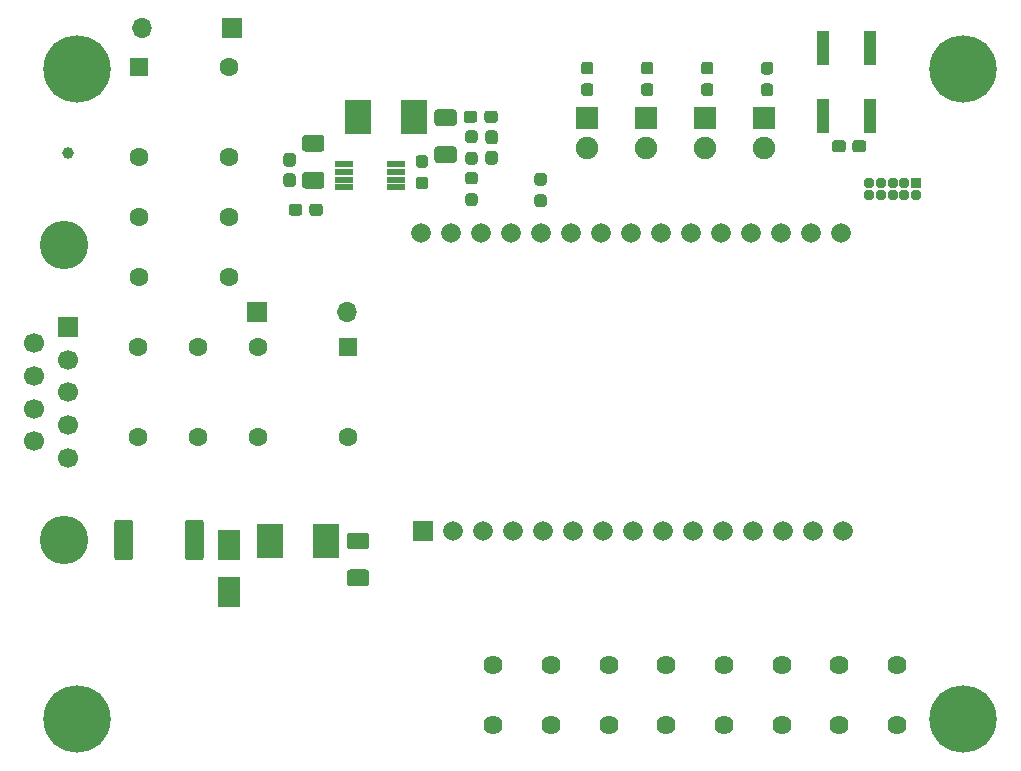
<source format=gbr>
%TF.GenerationSoftware,KiCad,Pcbnew,(5.1.6)-1*%
%TF.CreationDate,2020-11-25T15:36:35+01:00*%
%TF.ProjectId,Board,426f6172-642e-46b6-9963-61645f706362,rev?*%
%TF.SameCoordinates,Original*%
%TF.FileFunction,Soldermask,Top*%
%TF.FilePolarity,Negative*%
%FSLAX46Y46*%
G04 Gerber Fmt 4.6, Leading zero omitted, Abs format (unit mm)*
G04 Created by KiCad (PCBNEW (5.1.6)-1) date 2020-11-25 15:36:35*
%MOMM*%
%LPD*%
G01*
G04 APERTURE LIST*
%ADD10C,1.000000*%
%ADD11C,5.700000*%
%ADD12O,1.700000X1.700000*%
%ADD13R,1.700000X1.700000*%
%ADD14R,1.660000X1.660000*%
%ADD15C,1.660000*%
%ADD16C,4.100000*%
%ADD17C,1.700000*%
%ADD18C,1.624000*%
%ADD19R,1.608000X1.608000*%
%ADD20C,1.608000*%
%ADD21R,2.300000X2.850000*%
%ADD22R,1.550000X0.550000*%
%ADD23R,1.900000X2.600000*%
%ADD24R,1.900000X1.900000*%
%ADD25C,1.900000*%
%ADD26R,1.100000X2.900000*%
%ADD27R,0.950000X0.950000*%
%ADD28O,0.950000X0.950000*%
G04 APERTURE END LIST*
D10*
%TO.C,FID1*%
X47040000Y-73850000D03*
%TD*%
D11*
%TO.C,MH4*%
X122840000Y-121750000D03*
%TD*%
%TO.C,MH3*%
X122840000Y-66750000D03*
%TD*%
%TO.C,MH2*%
X47840000Y-66750000D03*
%TD*%
%TO.C,MH1*%
X47840000Y-121750000D03*
%TD*%
D12*
%TO.C,D9*%
X70710000Y-87300000D03*
D13*
X63090000Y-87300000D03*
%TD*%
D14*
%TO.C,U2*%
X77070000Y-105870000D03*
D15*
X79610000Y-105870000D03*
X84563000Y-80597000D03*
X82150000Y-105870000D03*
X84690000Y-105870000D03*
X87230000Y-105870000D03*
X89770000Y-105870000D03*
X92310000Y-105870000D03*
X94850000Y-105870000D03*
X97390000Y-105870000D03*
X99930000Y-105870000D03*
X102470000Y-105870000D03*
X105010000Y-105870000D03*
X107550000Y-105870000D03*
X110090000Y-105870000D03*
X112630000Y-105870000D03*
X76943000Y-80597000D03*
X79483000Y-80597000D03*
X82023000Y-80597000D03*
X87103000Y-80597000D03*
X89643000Y-80597000D03*
X92183000Y-80597000D03*
X94723000Y-80597000D03*
X97263000Y-80597000D03*
X99803000Y-80597000D03*
X102343000Y-80597000D03*
X104883000Y-80597000D03*
X107423000Y-80597000D03*
X109963000Y-80597000D03*
X112503000Y-80597000D03*
%TD*%
D16*
%TO.C,J3*%
X46740000Y-106590000D03*
X46740000Y-81590000D03*
D17*
X44200000Y-98245000D03*
X44200000Y-95475000D03*
X44200000Y-92705000D03*
X44200000Y-89935000D03*
X47040000Y-99630000D03*
X47040000Y-96860000D03*
X47040000Y-94090000D03*
X47040000Y-91320000D03*
D13*
X47040000Y-88550000D03*
%TD*%
D18*
%TO.C,J1*%
X83070000Y-117220000D03*
X87950000Y-117220000D03*
X92830000Y-117220000D03*
X97710000Y-117220000D03*
X102590000Y-117220000D03*
X107470000Y-117220000D03*
X112350000Y-117220000D03*
X117230000Y-117220000D03*
X83070000Y-122220000D03*
X87950000Y-122220000D03*
X92830000Y-122220000D03*
X97710000Y-122220000D03*
X102590000Y-122220000D03*
X107470000Y-122220000D03*
X112350000Y-122220000D03*
X117230000Y-122220000D03*
%TD*%
D19*
%TO.C,K2*%
X70740000Y-90230000D03*
D20*
X70740000Y-97850000D03*
X63120000Y-97850000D03*
X63120000Y-90230000D03*
X58040000Y-90230000D03*
X58040000Y-97850000D03*
X52960000Y-97850000D03*
X52960000Y-90230000D03*
%TD*%
D21*
%TO.C,L1*%
X76320000Y-70770000D03*
X71620000Y-70770000D03*
%TD*%
%TO.C,L3*%
X68890000Y-106670000D03*
X64190000Y-106670000D03*
%TD*%
D22*
%TO.C,U1*%
X74820000Y-74795000D03*
X74820000Y-75445000D03*
X74820000Y-76095000D03*
X74820000Y-76745000D03*
X70420000Y-76745000D03*
X70420000Y-76095000D03*
X70420000Y-75445000D03*
X70420000Y-74795000D03*
%TD*%
%TO.C,R20*%
G36*
G01*
X80946500Y-77245000D02*
X81471500Y-77245000D01*
G75*
G02*
X81734000Y-77507500I0J-262500D01*
G01*
X81734000Y-78057500D01*
G75*
G02*
X81471500Y-78320000I-262500J0D01*
G01*
X80946500Y-78320000D01*
G75*
G02*
X80684000Y-78057500I0J262500D01*
G01*
X80684000Y-77507500D01*
G75*
G02*
X80946500Y-77245000I262500J0D01*
G01*
G37*
G36*
G01*
X80946500Y-75420000D02*
X81471500Y-75420000D01*
G75*
G02*
X81734000Y-75682500I0J-262500D01*
G01*
X81734000Y-76232500D01*
G75*
G02*
X81471500Y-76495000I-262500J0D01*
G01*
X80946500Y-76495000D01*
G75*
G02*
X80684000Y-76232500I0J262500D01*
G01*
X80684000Y-75682500D01*
G75*
G02*
X80946500Y-75420000I262500J0D01*
G01*
G37*
%TD*%
%TO.C,R19*%
G36*
G01*
X80946500Y-73745000D02*
X81471500Y-73745000D01*
G75*
G02*
X81734000Y-74007500I0J-262500D01*
G01*
X81734000Y-74557500D01*
G75*
G02*
X81471500Y-74820000I-262500J0D01*
G01*
X80946500Y-74820000D01*
G75*
G02*
X80684000Y-74557500I0J262500D01*
G01*
X80684000Y-74007500D01*
G75*
G02*
X80946500Y-73745000I262500J0D01*
G01*
G37*
G36*
G01*
X80946500Y-71920000D02*
X81471500Y-71920000D01*
G75*
G02*
X81734000Y-72182500I0J-262500D01*
G01*
X81734000Y-72732500D01*
G75*
G02*
X81471500Y-72995000I-262500J0D01*
G01*
X80946500Y-72995000D01*
G75*
G02*
X80684000Y-72732500I0J262500D01*
G01*
X80684000Y-72182500D01*
G75*
G02*
X80946500Y-71920000I262500J0D01*
G01*
G37*
%TD*%
%TO.C,R16*%
G36*
G01*
X91272500Y-67185000D02*
X90747500Y-67185000D01*
G75*
G02*
X90485000Y-66922500I0J262500D01*
G01*
X90485000Y-66372500D01*
G75*
G02*
X90747500Y-66110000I262500J0D01*
G01*
X91272500Y-66110000D01*
G75*
G02*
X91535000Y-66372500I0J-262500D01*
G01*
X91535000Y-66922500D01*
G75*
G02*
X91272500Y-67185000I-262500J0D01*
G01*
G37*
G36*
G01*
X91272500Y-69010000D02*
X90747500Y-69010000D01*
G75*
G02*
X90485000Y-68747500I0J262500D01*
G01*
X90485000Y-68197500D01*
G75*
G02*
X90747500Y-67935000I262500J0D01*
G01*
X91272500Y-67935000D01*
G75*
G02*
X91535000Y-68197500I0J-262500D01*
G01*
X91535000Y-68747500D01*
G75*
G02*
X91272500Y-69010000I-262500J0D01*
G01*
G37*
%TD*%
%TO.C,R15*%
G36*
G01*
X106502500Y-67192500D02*
X105977500Y-67192500D01*
G75*
G02*
X105715000Y-66930000I0J262500D01*
G01*
X105715000Y-66380000D01*
G75*
G02*
X105977500Y-66117500I262500J0D01*
G01*
X106502500Y-66117500D01*
G75*
G02*
X106765000Y-66380000I0J-262500D01*
G01*
X106765000Y-66930000D01*
G75*
G02*
X106502500Y-67192500I-262500J0D01*
G01*
G37*
G36*
G01*
X106502500Y-69017500D02*
X105977500Y-69017500D01*
G75*
G02*
X105715000Y-68755000I0J262500D01*
G01*
X105715000Y-68205000D01*
G75*
G02*
X105977500Y-67942500I262500J0D01*
G01*
X106502500Y-67942500D01*
G75*
G02*
X106765000Y-68205000I0J-262500D01*
G01*
X106765000Y-68755000D01*
G75*
G02*
X106502500Y-69017500I-262500J0D01*
G01*
G37*
%TD*%
%TO.C,R14*%
G36*
G01*
X101432500Y-67182500D02*
X100907500Y-67182500D01*
G75*
G02*
X100645000Y-66920000I0J262500D01*
G01*
X100645000Y-66370000D01*
G75*
G02*
X100907500Y-66107500I262500J0D01*
G01*
X101432500Y-66107500D01*
G75*
G02*
X101695000Y-66370000I0J-262500D01*
G01*
X101695000Y-66920000D01*
G75*
G02*
X101432500Y-67182500I-262500J0D01*
G01*
G37*
G36*
G01*
X101432500Y-69007500D02*
X100907500Y-69007500D01*
G75*
G02*
X100645000Y-68745000I0J262500D01*
G01*
X100645000Y-68195000D01*
G75*
G02*
X100907500Y-67932500I262500J0D01*
G01*
X101432500Y-67932500D01*
G75*
G02*
X101695000Y-68195000I0J-262500D01*
G01*
X101695000Y-68745000D01*
G75*
G02*
X101432500Y-69007500I-262500J0D01*
G01*
G37*
%TD*%
%TO.C,R13*%
G36*
G01*
X96352500Y-67182500D02*
X95827500Y-67182500D01*
G75*
G02*
X95565000Y-66920000I0J262500D01*
G01*
X95565000Y-66370000D01*
G75*
G02*
X95827500Y-66107500I262500J0D01*
G01*
X96352500Y-66107500D01*
G75*
G02*
X96615000Y-66370000I0J-262500D01*
G01*
X96615000Y-66920000D01*
G75*
G02*
X96352500Y-67182500I-262500J0D01*
G01*
G37*
G36*
G01*
X96352500Y-69007500D02*
X95827500Y-69007500D01*
G75*
G02*
X95565000Y-68745000I0J262500D01*
G01*
X95565000Y-68195000D01*
G75*
G02*
X95827500Y-67932500I262500J0D01*
G01*
X96352500Y-67932500D01*
G75*
G02*
X96615000Y-68195000I0J-262500D01*
G01*
X96615000Y-68745000D01*
G75*
G02*
X96352500Y-69007500I-262500J0D01*
G01*
G37*
%TD*%
%TO.C,R8*%
G36*
G01*
X86797500Y-77335000D02*
X87322500Y-77335000D01*
G75*
G02*
X87585000Y-77597500I0J-262500D01*
G01*
X87585000Y-78147500D01*
G75*
G02*
X87322500Y-78410000I-262500J0D01*
G01*
X86797500Y-78410000D01*
G75*
G02*
X86535000Y-78147500I0J262500D01*
G01*
X86535000Y-77597500D01*
G75*
G02*
X86797500Y-77335000I262500J0D01*
G01*
G37*
G36*
G01*
X86797500Y-75510000D02*
X87322500Y-75510000D01*
G75*
G02*
X87585000Y-75772500I0J-262500D01*
G01*
X87585000Y-76322500D01*
G75*
G02*
X87322500Y-76585000I-262500J0D01*
G01*
X86797500Y-76585000D01*
G75*
G02*
X86535000Y-76322500I0J262500D01*
G01*
X86535000Y-75772500D01*
G75*
G02*
X86797500Y-75510000I262500J0D01*
G01*
G37*
%TD*%
%TO.C,R3*%
G36*
G01*
X77282500Y-75082500D02*
X76757500Y-75082500D01*
G75*
G02*
X76495000Y-74820000I0J262500D01*
G01*
X76495000Y-74270000D01*
G75*
G02*
X76757500Y-74007500I262500J0D01*
G01*
X77282500Y-74007500D01*
G75*
G02*
X77545000Y-74270000I0J-262500D01*
G01*
X77545000Y-74820000D01*
G75*
G02*
X77282500Y-75082500I-262500J0D01*
G01*
G37*
G36*
G01*
X77282500Y-76907500D02*
X76757500Y-76907500D01*
G75*
G02*
X76495000Y-76645000I0J262500D01*
G01*
X76495000Y-76095000D01*
G75*
G02*
X76757500Y-75832500I262500J0D01*
G01*
X77282500Y-75832500D01*
G75*
G02*
X77545000Y-76095000I0J-262500D01*
G01*
X77545000Y-76645000D01*
G75*
G02*
X77282500Y-76907500I-262500J0D01*
G01*
G37*
%TD*%
%TO.C,C10*%
G36*
G01*
X82657500Y-73645000D02*
X83182500Y-73645000D01*
G75*
G02*
X83445000Y-73907500I0J-262500D01*
G01*
X83445000Y-74557500D01*
G75*
G02*
X83182500Y-74820000I-262500J0D01*
G01*
X82657500Y-74820000D01*
G75*
G02*
X82395000Y-74557500I0J262500D01*
G01*
X82395000Y-73907500D01*
G75*
G02*
X82657500Y-73645000I262500J0D01*
G01*
G37*
G36*
G01*
X82657500Y-71920000D02*
X83182500Y-71920000D01*
G75*
G02*
X83445000Y-72182500I0J-262500D01*
G01*
X83445000Y-72832500D01*
G75*
G02*
X83182500Y-73095000I-262500J0D01*
G01*
X82657500Y-73095000D01*
G75*
G02*
X82395000Y-72832500I0J262500D01*
G01*
X82395000Y-72182500D01*
G75*
G02*
X82657500Y-71920000I262500J0D01*
G01*
G37*
%TD*%
%TO.C,C9*%
G36*
G01*
X66072500Y-75002500D02*
X65547500Y-75002500D01*
G75*
G02*
X65285000Y-74740000I0J262500D01*
G01*
X65285000Y-74090000D01*
G75*
G02*
X65547500Y-73827500I262500J0D01*
G01*
X66072500Y-73827500D01*
G75*
G02*
X66335000Y-74090000I0J-262500D01*
G01*
X66335000Y-74740000D01*
G75*
G02*
X66072500Y-75002500I-262500J0D01*
G01*
G37*
G36*
G01*
X66072500Y-76727500D02*
X65547500Y-76727500D01*
G75*
G02*
X65285000Y-76465000I0J262500D01*
G01*
X65285000Y-75815000D01*
G75*
G02*
X65547500Y-75552500I262500J0D01*
G01*
X66072500Y-75552500D01*
G75*
G02*
X66335000Y-75815000I0J-262500D01*
G01*
X66335000Y-76465000D01*
G75*
G02*
X66072500Y-76727500I-262500J0D01*
G01*
G37*
%TD*%
%TO.C,C8*%
G36*
G01*
X112905000Y-72987500D02*
X112905000Y-73512500D01*
G75*
G02*
X112642500Y-73775000I-262500J0D01*
G01*
X111992500Y-73775000D01*
G75*
G02*
X111730000Y-73512500I0J262500D01*
G01*
X111730000Y-72987500D01*
G75*
G02*
X111992500Y-72725000I262500J0D01*
G01*
X112642500Y-72725000D01*
G75*
G02*
X112905000Y-72987500I0J-262500D01*
G01*
G37*
G36*
G01*
X114630000Y-72987500D02*
X114630000Y-73512500D01*
G75*
G02*
X114367500Y-73775000I-262500J0D01*
G01*
X113717500Y-73775000D01*
G75*
G02*
X113455000Y-73512500I0J262500D01*
G01*
X113455000Y-72987500D01*
G75*
G02*
X113717500Y-72725000I262500J0D01*
G01*
X114367500Y-72725000D01*
G75*
G02*
X114630000Y-72987500I0J-262500D01*
G01*
G37*
%TD*%
%TO.C,FB2*%
G36*
G01*
X81695000Y-70507500D02*
X81695000Y-71032500D01*
G75*
G02*
X81432500Y-71295000I-262500J0D01*
G01*
X80807500Y-71295000D01*
G75*
G02*
X80545000Y-71032500I0J262500D01*
G01*
X80545000Y-70507500D01*
G75*
G02*
X80807500Y-70245000I262500J0D01*
G01*
X81432500Y-70245000D01*
G75*
G02*
X81695000Y-70507500I0J-262500D01*
G01*
G37*
G36*
G01*
X83445000Y-70507500D02*
X83445000Y-71032500D01*
G75*
G02*
X83182500Y-71295000I-262500J0D01*
G01*
X82557500Y-71295000D01*
G75*
G02*
X82295000Y-71032500I0J262500D01*
G01*
X82295000Y-70507500D01*
G75*
G02*
X82557500Y-70245000I262500J0D01*
G01*
X83182500Y-70245000D01*
G75*
G02*
X83445000Y-70507500I0J-262500D01*
G01*
G37*
%TD*%
%TO.C,FB1*%
G36*
G01*
X66885000Y-78377500D02*
X66885000Y-78902500D01*
G75*
G02*
X66622500Y-79165000I-262500J0D01*
G01*
X65997500Y-79165000D01*
G75*
G02*
X65735000Y-78902500I0J262500D01*
G01*
X65735000Y-78377500D01*
G75*
G02*
X65997500Y-78115000I262500J0D01*
G01*
X66622500Y-78115000D01*
G75*
G02*
X66885000Y-78377500I0J-262500D01*
G01*
G37*
G36*
G01*
X68635000Y-78377500D02*
X68635000Y-78902500D01*
G75*
G02*
X68372500Y-79165000I-262500J0D01*
G01*
X67747500Y-79165000D01*
G75*
G02*
X67485000Y-78902500I0J262500D01*
G01*
X67485000Y-78377500D01*
G75*
G02*
X67747500Y-78115000I262500J0D01*
G01*
X68372500Y-78115000D01*
G75*
G02*
X68635000Y-78377500I0J-262500D01*
G01*
G37*
%TD*%
%TO.C,C16*%
G36*
G01*
X70918867Y-109090000D02*
X72281133Y-109090000D01*
G75*
G02*
X72550000Y-109358867I0J-268867D01*
G01*
X72550000Y-110246133D01*
G75*
G02*
X72281133Y-110515000I-268867J0D01*
G01*
X70918867Y-110515000D01*
G75*
G02*
X70650000Y-110246133I0J268867D01*
G01*
X70650000Y-109358867D01*
G75*
G02*
X70918867Y-109090000I268867J0D01*
G01*
G37*
G36*
G01*
X70918867Y-105965000D02*
X72281133Y-105965000D01*
G75*
G02*
X72550000Y-106233867I0J-268867D01*
G01*
X72550000Y-107121133D01*
G75*
G02*
X72281133Y-107390000I-268867J0D01*
G01*
X70918867Y-107390000D01*
G75*
G02*
X70650000Y-107121133I0J268867D01*
G01*
X70650000Y-106233867D01*
G75*
G02*
X70918867Y-105965000I268867J0D01*
G01*
G37*
%TD*%
%TO.C,C3*%
G36*
G01*
X78338867Y-73262500D02*
X79701133Y-73262500D01*
G75*
G02*
X79970000Y-73531367I0J-268867D01*
G01*
X79970000Y-74418633D01*
G75*
G02*
X79701133Y-74687500I-268867J0D01*
G01*
X78338867Y-74687500D01*
G75*
G02*
X78070000Y-74418633I0J268867D01*
G01*
X78070000Y-73531367D01*
G75*
G02*
X78338867Y-73262500I268867J0D01*
G01*
G37*
G36*
G01*
X78338867Y-70137500D02*
X79701133Y-70137500D01*
G75*
G02*
X79970000Y-70406367I0J-268867D01*
G01*
X79970000Y-71293633D01*
G75*
G02*
X79701133Y-71562500I-268867J0D01*
G01*
X78338867Y-71562500D01*
G75*
G02*
X78070000Y-71293633I0J268867D01*
G01*
X78070000Y-70406367D01*
G75*
G02*
X78338867Y-70137500I268867J0D01*
G01*
G37*
%TD*%
%TO.C,C2*%
G36*
G01*
X68491133Y-73727500D02*
X67128867Y-73727500D01*
G75*
G02*
X66860000Y-73458633I0J268867D01*
G01*
X66860000Y-72571367D01*
G75*
G02*
X67128867Y-72302500I268867J0D01*
G01*
X68491133Y-72302500D01*
G75*
G02*
X68760000Y-72571367I0J-268867D01*
G01*
X68760000Y-73458633D01*
G75*
G02*
X68491133Y-73727500I-268867J0D01*
G01*
G37*
G36*
G01*
X68491133Y-76852500D02*
X67128867Y-76852500D01*
G75*
G02*
X66860000Y-76583633I0J268867D01*
G01*
X66860000Y-75696367D01*
G75*
G02*
X67128867Y-75427500I268867J0D01*
G01*
X68491133Y-75427500D01*
G75*
G02*
X68760000Y-75696367I0J-268867D01*
G01*
X68760000Y-76583633D01*
G75*
G02*
X68491133Y-76852500I-268867J0D01*
G01*
G37*
%TD*%
%TO.C,F1*%
G36*
G01*
X52577500Y-105131392D02*
X52577500Y-108048608D01*
G75*
G02*
X52311108Y-108315000I-266392J0D01*
G01*
X51218892Y-108315000D01*
G75*
G02*
X50952500Y-108048608I0J266392D01*
G01*
X50952500Y-105131392D01*
G75*
G02*
X51218892Y-104865000I266392J0D01*
G01*
X52311108Y-104865000D01*
G75*
G02*
X52577500Y-105131392I0J-266392D01*
G01*
G37*
G36*
G01*
X58552500Y-105131392D02*
X58552500Y-108048608D01*
G75*
G02*
X58286108Y-108315000I-266392J0D01*
G01*
X57193892Y-108315000D01*
G75*
G02*
X56927500Y-108048608I0J266392D01*
G01*
X56927500Y-105131392D01*
G75*
G02*
X57193892Y-104865000I266392J0D01*
G01*
X58286108Y-104865000D01*
G75*
G02*
X58552500Y-105131392I0J-266392D01*
G01*
G37*
%TD*%
D23*
%TO.C,D8*%
X60700000Y-110990000D03*
X60700000Y-106990000D03*
%TD*%
D20*
%TO.C,K1*%
X53030000Y-84310000D03*
X60650000Y-84310000D03*
X60650000Y-79230000D03*
X53030000Y-79230000D03*
X53030000Y-74150000D03*
X60650000Y-74150000D03*
X60650000Y-66530000D03*
D19*
X53030000Y-66530000D03*
%TD*%
D13*
%TO.C,D7*%
X60910000Y-63250000D03*
D12*
X53290000Y-63250000D03*
%TD*%
D24*
%TO.C,D6*%
X91000000Y-70860000D03*
D25*
X91000000Y-73400000D03*
%TD*%
D26*
%TO.C,SW1*%
X110950000Y-70730000D03*
X110950000Y-64930000D03*
X114950000Y-70730000D03*
X114950000Y-64930000D03*
%TD*%
D27*
%TO.C,J2*%
X118870000Y-76370000D03*
D28*
X118870000Y-77370000D03*
X117870000Y-76370000D03*
X117870000Y-77370000D03*
X116870000Y-76370000D03*
X116870000Y-77370000D03*
X115870000Y-76370000D03*
X115870000Y-77370000D03*
X114870000Y-76370000D03*
X114870000Y-77370000D03*
%TD*%
D24*
%TO.C,D5*%
X106000000Y-70860000D03*
D25*
X106000000Y-73400000D03*
%TD*%
D24*
%TO.C,D4*%
X101000000Y-70860000D03*
D25*
X101000000Y-73400000D03*
%TD*%
D24*
%TO.C,D3*%
X96000000Y-70860000D03*
D25*
X96000000Y-73400000D03*
%TD*%
M02*

</source>
